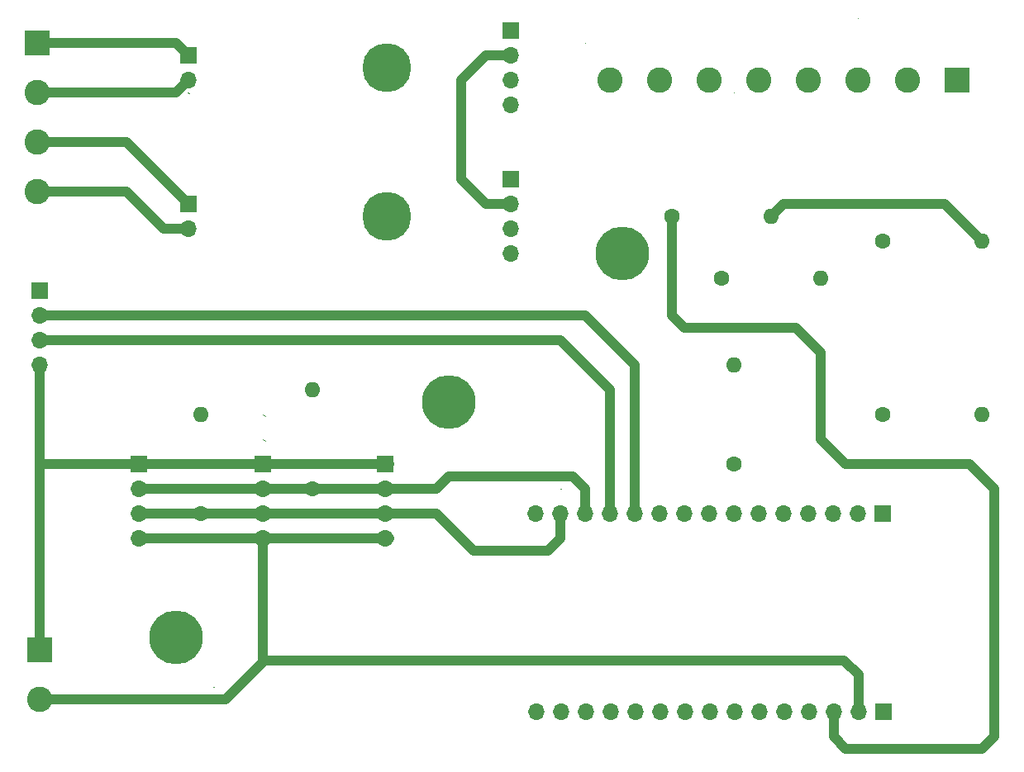
<source format=gbr>
%TF.GenerationSoftware,KiCad,Pcbnew,7.0.6-7.0.6~ubuntu22.04.1*%
%TF.CreationDate,2023-08-09T23:03:42+04:00*%
%TF.ProjectId,ESP 8266 ,45535020-3832-4363-9620-2e6b69636164,rev?*%
%TF.SameCoordinates,Original*%
%TF.FileFunction,Copper,L1,Top*%
%TF.FilePolarity,Positive*%
%FSLAX46Y46*%
G04 Gerber Fmt 4.6, Leading zero omitted, Abs format (unit mm)*
G04 Created by KiCad (PCBNEW 7.0.6-7.0.6~ubuntu22.04.1) date 2023-08-09 23:03:42*
%MOMM*%
%LPD*%
G01*
G04 APERTURE LIST*
%TA.AperFunction,ComponentPad*%
%ADD10C,1.600000*%
%TD*%
%TA.AperFunction,ComponentPad*%
%ADD11O,1.600000X1.600000*%
%TD*%
%TA.AperFunction,ComponentPad*%
%ADD12R,1.700000X1.700000*%
%TD*%
%TA.AperFunction,ComponentPad*%
%ADD13O,1.700000X1.700000*%
%TD*%
%TA.AperFunction,ComponentPad*%
%ADD14R,2.600000X2.600000*%
%TD*%
%TA.AperFunction,ComponentPad*%
%ADD15C,2.600000*%
%TD*%
%TA.AperFunction,ViaPad*%
%ADD16C,5.500000*%
%TD*%
%TA.AperFunction,ViaPad*%
%ADD17C,5.000000*%
%TD*%
%TA.AperFunction,Conductor*%
%ADD18C,1.000000*%
%TD*%
%TA.AperFunction,Conductor*%
%ADD19C,0.000000*%
%TD*%
G04 APERTURE END LIST*
D10*
%TO.P,10k Ohm,1*%
%TO.N,N/C*%
X241300000Y-63500000D03*
D11*
%TO.P,10k Ohm,2*%
X251460000Y-63500000D03*
%TD*%
D12*
%TO.P,REF\u002A\u002A,1*%
%TO.N,N/C*%
X170180000Y-44450000D03*
D13*
%TO.P,REF\u002A\u002A,2*%
X170180000Y-46990000D03*
%TD*%
D10*
%TO.P,10k Ohm,1*%
%TO.N,N/C*%
X171450000Y-91440000D03*
D11*
%TO.P,10k Ohm,2*%
X171450000Y-81280000D03*
%TD*%
D14*
%TO.P,SWitchs,1*%
%TO.N,N/C*%
X248920000Y-46990000D03*
D15*
%TO.P,SWitchs,2*%
X243840000Y-46990000D03*
%TO.P,SWitchs,3*%
X238760000Y-46990000D03*
%TO.P,SWitchs,4*%
X233680000Y-46990000D03*
%TO.P,SWitchs,5*%
X228600000Y-46990000D03*
%TO.P,SWitchs,6*%
X223520000Y-46990000D03*
%TO.P,SWitchs,7*%
X218440000Y-46990000D03*
%TO.P,SWitchs,8*%
X213360000Y-46990000D03*
%TD*%
D12*
%TO.P,REF\u002A\u002A,1*%
%TO.N,N/C*%
X203200000Y-57150000D03*
D13*
%TO.P,REF\u002A\u002A,2*%
X203200000Y-59690000D03*
%TO.P,REF\u002A\u002A,3*%
X203200000Y-62230000D03*
%TO.P,REF\u002A\u002A,4*%
X203200000Y-64770000D03*
%TD*%
D12*
%TO.P,BMP 180 Outside,1*%
%TO.N,N/C*%
X177800000Y-86360000D03*
D13*
%TO.P,BMP 180 Outside,2*%
X177800000Y-88900000D03*
%TO.P,BMP 180 Outside,3*%
X177800000Y-91440000D03*
%TO.P,BMP 180 Outside,4*%
X177800000Y-93980000D03*
%TD*%
D12*
%TO.P,REF\u002A\u002A,1*%
%TO.N,N/C*%
X203200000Y-41910000D03*
D13*
%TO.P,REF\u002A\u002A,2*%
X203200000Y-44450000D03*
%TO.P,REF\u002A\u002A,3*%
X203200000Y-46990000D03*
%TO.P,REF\u002A\u002A,4*%
X203200000Y-49530000D03*
%TD*%
D14*
%TO.P,Sensors pins,1*%
%TO.N,N/C*%
X154635000Y-43180000D03*
D15*
%TO.P,Sensors pins,2*%
X154635000Y-48260000D03*
%TO.P,Sensors pins,3*%
X154635000Y-53340000D03*
%TO.P,Sensors pins,4*%
X154635000Y-58420000D03*
%TD*%
D12*
%TO.P,BMP 180 Inside,1*%
%TO.N,N/C*%
X165100000Y-86360000D03*
D13*
%TO.P,BMP 180 Inside,2*%
X165100000Y-88900000D03*
%TO.P,BMP 180 Inside,3*%
X165100000Y-91440000D03*
%TO.P,BMP 180 Inside,4*%
X165100000Y-93980000D03*
%TD*%
D10*
%TO.P,10k Ohm,1*%
%TO.N,N/C*%
X226060000Y-86360000D03*
D11*
%TO.P,10k Ohm,2*%
X226060000Y-76200000D03*
%TD*%
D10*
%TO.P,10k Ohm,1*%
%TO.N,N/C*%
X182880000Y-88900000D03*
D11*
%TO.P,10k Ohm,2*%
X182880000Y-78740000D03*
%TD*%
D12*
%TO.P,OLed 126X64,1*%
%TO.N,N/C*%
X190325000Y-86360000D03*
D13*
%TO.P,OLed 126X64,2*%
X190325000Y-88900000D03*
%TO.P,OLed 126X64,3*%
X190325000Y-91440000D03*
%TO.P,OLed 126X64,4*%
X190325000Y-93980000D03*
%TD*%
D10*
%TO.P,10k Ohm,1*%
%TO.N,N/C*%
X224790000Y-67310000D03*
D11*
%TO.P,10k Ohm,2*%
X234950000Y-67310000D03*
%TD*%
D12*
%TO.P,REF\u002A\u002A,1*%
%TO.N,N/C*%
X241300000Y-91440000D03*
D13*
%TO.P,REF\u002A\u002A,2*%
X238760000Y-91440000D03*
%TO.P,REF\u002A\u002A,3*%
X236220000Y-91440000D03*
%TO.P,REF\u002A\u002A,4*%
X233680000Y-91440000D03*
%TO.P,REF\u002A\u002A,5*%
X231140000Y-91440000D03*
%TO.P,REF\u002A\u002A,6*%
X228600000Y-91440000D03*
%TO.P,REF\u002A\u002A,7*%
X226060000Y-91440000D03*
%TO.P,REF\u002A\u002A,8*%
X223520000Y-91440000D03*
%TO.P,REF\u002A\u002A,9*%
X220980000Y-91440000D03*
%TO.P,REF\u002A\u002A,10*%
X218440000Y-91440000D03*
%TO.P,REF\u002A\u002A,11*%
X215900000Y-91440000D03*
%TO.P,REF\u002A\u002A,12*%
X213360000Y-91440000D03*
%TO.P,REF\u002A\u002A,13*%
X210820000Y-91440000D03*
%TO.P,REF\u002A\u002A,14*%
X208280000Y-91440000D03*
%TO.P,REF\u002A\u002A,15*%
X205740000Y-91440000D03*
%TD*%
D10*
%TO.P,10k Ohm,1*%
%TO.N,N/C*%
X219710000Y-60960000D03*
D11*
%TO.P,10k Ohm,2*%
X229870000Y-60960000D03*
%TD*%
D12*
%TO.P,Relay,1*%
%TO.N,N/C*%
X154940000Y-68580000D03*
D13*
%TO.P,Relay,2*%
X154940000Y-71120000D03*
%TO.P,Relay,3*%
X154940000Y-73660000D03*
%TO.P,Relay,4*%
X154940000Y-76200000D03*
%TD*%
D12*
%TO.P,REF\u002A\u002A,1*%
%TO.N,N/C*%
X241330000Y-111735000D03*
D13*
%TO.P,REF\u002A\u002A,2*%
X238790000Y-111735000D03*
%TO.P,REF\u002A\u002A,3*%
X236250000Y-111735000D03*
%TO.P,REF\u002A\u002A,4*%
X233710000Y-111735000D03*
%TO.P,REF\u002A\u002A,5*%
X231170000Y-111735000D03*
%TO.P,REF\u002A\u002A,6*%
X228630000Y-111735000D03*
%TO.P,REF\u002A\u002A,7*%
X226090000Y-111735000D03*
%TO.P,REF\u002A\u002A,8*%
X223550000Y-111735000D03*
%TO.P,REF\u002A\u002A,9*%
X221010000Y-111735000D03*
%TO.P,REF\u002A\u002A,10*%
X218470000Y-111735000D03*
%TO.P,REF\u002A\u002A,11*%
X215930000Y-111735000D03*
%TO.P,REF\u002A\u002A,12*%
X213390000Y-111735000D03*
%TO.P,REF\u002A\u002A,13*%
X210850000Y-111735000D03*
%TO.P,REF\u002A\u002A,14*%
X208310000Y-111735000D03*
%TO.P,REF\u002A\u002A,15*%
X205770000Y-111735000D03*
%TD*%
D14*
%TO.P,Power,1*%
%TO.N,N/C*%
X154940000Y-105410000D03*
D15*
%TO.P,Power,2*%
X154940000Y-110490000D03*
%TD*%
D12*
%TO.P,REF\u002A\u002A,1*%
%TO.N,N/C*%
X170180000Y-59690000D03*
D13*
%TO.P,REF\u002A\u002A,2*%
X170180000Y-62230000D03*
%TD*%
D10*
%TO.P,10k Ohm,1*%
%TO.N,N/C*%
X241300000Y-81280000D03*
D11*
%TO.P,10k Ohm,2*%
X251460000Y-81280000D03*
%TD*%
D16*
%TO.N,*%
X196850000Y-80010000D03*
X168910000Y-104140000D03*
D17*
X190500000Y-45720000D03*
D16*
X214630000Y-64770000D03*
D17*
X190500000Y-60960000D03*
%TD*%
D18*
%TO.N,*%
X157480000Y-71120000D02*
X154940000Y-71120000D01*
X154940000Y-71120000D02*
X154950000Y-71110000D01*
X154950000Y-71110000D02*
X210810000Y-71110000D01*
X210810000Y-71110000D02*
X215900000Y-76200000D01*
X215900000Y-76200000D02*
X215900000Y-91440000D01*
X157480000Y-73660000D02*
X154940000Y-73660000D01*
X154940000Y-73660000D02*
X154950000Y-73650000D01*
X208270000Y-73650000D02*
X213360000Y-78740000D01*
X154950000Y-73650000D02*
X208270000Y-73650000D01*
X213360000Y-78740000D02*
X213360000Y-91440000D01*
X154940000Y-86360000D02*
X154940000Y-76200000D01*
X177975000Y-106505000D02*
X237315000Y-106505000D01*
X196850000Y-87630000D02*
X209550000Y-87630000D01*
X165125000Y-88900000D02*
X195580000Y-88900000D01*
X190675000Y-91440000D02*
X195580000Y-91440000D01*
X251460000Y-115570000D02*
X252730000Y-114300000D01*
X177800000Y-106680000D02*
X177975000Y-106505000D01*
X163830000Y-53340000D02*
X170180000Y-59690000D01*
X177800000Y-86360000D02*
X190675000Y-86360000D01*
X154635000Y-58420000D02*
X163830000Y-58420000D01*
X237490000Y-86360000D02*
X234950000Y-83820000D01*
X165125000Y-86360000D02*
X177800000Y-86360000D01*
X207010000Y-95250000D02*
X208280000Y-93980000D01*
X199390000Y-95250000D02*
X207010000Y-95250000D01*
X154940000Y-43180000D02*
X168910000Y-43180000D01*
X198120000Y-46990000D02*
X198120000Y-57150000D01*
X247650000Y-59690000D02*
X231140000Y-59690000D01*
X163830000Y-58420000D02*
X167640000Y-62230000D01*
X190675000Y-91440000D02*
X165125000Y-91440000D01*
X237315000Y-106505000D02*
X238790000Y-107980000D01*
D19*
X238760000Y-40640000D02*
X238730000Y-40670000D01*
D18*
X154940000Y-86360000D02*
X165125000Y-86360000D01*
X168910000Y-43180000D02*
X170180000Y-44450000D01*
X195580000Y-88900000D02*
X196850000Y-87630000D01*
X231140000Y-59690000D02*
X229870000Y-60960000D01*
X154940000Y-86360000D02*
X154940000Y-105410000D01*
X236250000Y-111735000D02*
X236250000Y-114330000D01*
X220980000Y-72390000D02*
X219710000Y-71120000D01*
X232410000Y-72390000D02*
X220980000Y-72390000D01*
X210820000Y-88900000D02*
X210820000Y-91440000D01*
D19*
X170085000Y-48260000D02*
X170205000Y-48380000D01*
D18*
X250190000Y-86360000D02*
X237490000Y-86360000D01*
X251460000Y-63500000D02*
X247650000Y-59690000D01*
X167640000Y-62230000D02*
X170180000Y-62230000D01*
X209550000Y-87630000D02*
X210820000Y-88900000D01*
X154940000Y-110490000D02*
X173990000Y-110490000D01*
X252730000Y-88900000D02*
X250190000Y-86360000D01*
D19*
X226060000Y-48260000D02*
X226030000Y-48290000D01*
D18*
X234950000Y-74930000D02*
X232410000Y-72390000D01*
X173990000Y-110490000D02*
X177800000Y-106680000D01*
X198120000Y-57150000D02*
X200660000Y-59690000D01*
D19*
X177795000Y-81280000D02*
X177975000Y-81460000D01*
D18*
X154635000Y-53340000D02*
X163830000Y-53340000D01*
X177800000Y-106680000D02*
X177800000Y-93980000D01*
X234950000Y-83820000D02*
X234950000Y-74930000D01*
X177800000Y-93980000D02*
X190675000Y-93980000D01*
D19*
X177795000Y-88900000D02*
X177975000Y-89080000D01*
D18*
X241330000Y-111730000D02*
X241330000Y-111735000D01*
D19*
X172720000Y-109220000D02*
X172760000Y-109260000D01*
X210790000Y-43210000D02*
X210820000Y-43180000D01*
X177795000Y-83820000D02*
X177975000Y-84000000D01*
D18*
X236250000Y-114330000D02*
X237490000Y-115570000D01*
X252730000Y-114300000D02*
X252730000Y-88900000D01*
X237490000Y-115570000D02*
X251460000Y-115570000D01*
D19*
X177795000Y-86360000D02*
X177975000Y-86540000D01*
D18*
X200660000Y-44450000D02*
X198120000Y-46990000D01*
X168910000Y-48260000D02*
X170180000Y-46990000D01*
X219710000Y-71120000D02*
X219710000Y-60960000D01*
X195580000Y-91440000D02*
X199390000Y-95250000D01*
D19*
X208280000Y-88905000D02*
X208310000Y-88875000D01*
D18*
X203200000Y-44450000D02*
X200660000Y-44450000D01*
X208280000Y-93980000D02*
X208280000Y-91440000D01*
X177800000Y-93980000D02*
X165125000Y-93980000D01*
X238790000Y-107980000D02*
X238790000Y-111735000D01*
X154940000Y-48260000D02*
X168910000Y-48260000D01*
X200660000Y-59690000D02*
X203200000Y-59690000D01*
%TD*%
M02*

</source>
